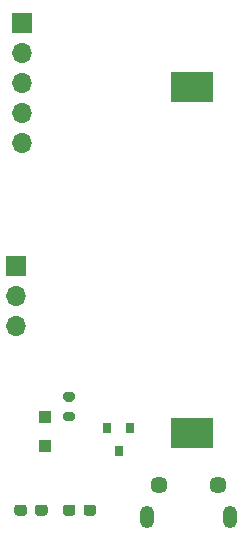
<source format=gbs>
%TF.GenerationSoftware,KiCad,Pcbnew,(5.1.10)-1*%
%TF.CreationDate,2021-07-24T18:54:27+10:00*%
%TF.ProjectId,temperature_logger,74656d70-6572-4617-9475-72655f6c6f67,rev?*%
%TF.SameCoordinates,Original*%
%TF.FileFunction,Soldermask,Bot*%
%TF.FilePolarity,Negative*%
%FSLAX46Y46*%
G04 Gerber Fmt 4.6, Leading zero omitted, Abs format (unit mm)*
G04 Created by KiCad (PCBNEW (5.1.10)-1) date 2021-07-24 18:54:27*
%MOMM*%
%LPD*%
G01*
G04 APERTURE LIST*
%ADD10O,1.700000X1.700000*%
%ADD11R,1.700000X1.700000*%
%ADD12R,0.800000X0.900000*%
%ADD13R,3.600000X2.600000*%
%ADD14R,1.000000X1.000000*%
%ADD15O,1.200000X1.900000*%
%ADD16C,1.450000*%
G04 APERTURE END LIST*
D10*
%TO.C,J4*%
X131800000Y-92380000D03*
X131800000Y-89840000D03*
D11*
X131800000Y-87300000D03*
%TD*%
D10*
%TO.C,J1*%
X132300000Y-76860000D03*
X132300000Y-74320000D03*
X132300000Y-71780000D03*
X132300000Y-69240000D03*
D11*
X132300000Y-66700000D03*
%TD*%
D12*
%TO.C,Q1*%
X140500000Y-103000000D03*
X141450000Y-101000000D03*
X139550000Y-101000000D03*
%TD*%
D13*
%TO.C,J2*%
X146700000Y-101450000D03*
X146700000Y-72150000D03*
%TD*%
D14*
%TO.C,D4*%
X134300000Y-102550000D03*
X134300000Y-100050000D03*
%TD*%
%TO.C,R10*%
G36*
G01*
X137535000Y-108207500D02*
X137535000Y-107732500D01*
G75*
G02*
X137772500Y-107495000I237500J0D01*
G01*
X138347500Y-107495000D01*
G75*
G02*
X138585000Y-107732500I0J-237500D01*
G01*
X138585000Y-108207500D01*
G75*
G02*
X138347500Y-108445000I-237500J0D01*
G01*
X137772500Y-108445000D01*
G75*
G02*
X137535000Y-108207500I0J237500D01*
G01*
G37*
G36*
G01*
X135785000Y-108207500D02*
X135785000Y-107732500D01*
G75*
G02*
X136022500Y-107495000I237500J0D01*
G01*
X136597500Y-107495000D01*
G75*
G02*
X136835000Y-107732500I0J-237500D01*
G01*
X136835000Y-108207500D01*
G75*
G02*
X136597500Y-108445000I-237500J0D01*
G01*
X136022500Y-108445000D01*
G75*
G02*
X135785000Y-108207500I0J237500D01*
G01*
G37*
%TD*%
%TO.C,R9*%
G36*
G01*
X132735000Y-107732500D02*
X132735000Y-108207500D01*
G75*
G02*
X132497500Y-108445000I-237500J0D01*
G01*
X131922500Y-108445000D01*
G75*
G02*
X131685000Y-108207500I0J237500D01*
G01*
X131685000Y-107732500D01*
G75*
G02*
X131922500Y-107495000I237500J0D01*
G01*
X132497500Y-107495000D01*
G75*
G02*
X132735000Y-107732500I0J-237500D01*
G01*
G37*
G36*
G01*
X134485000Y-107732500D02*
X134485000Y-108207500D01*
G75*
G02*
X134247500Y-108445000I-237500J0D01*
G01*
X133672500Y-108445000D01*
G75*
G02*
X133435000Y-108207500I0J237500D01*
G01*
X133435000Y-107732500D01*
G75*
G02*
X133672500Y-107495000I237500J0D01*
G01*
X134247500Y-107495000D01*
G75*
G02*
X134485000Y-107732500I0J-237500D01*
G01*
G37*
%TD*%
%TO.C,JP1*%
G36*
G01*
X136575000Y-98775000D02*
X136025000Y-98775000D01*
G75*
G02*
X135825000Y-98575000I0J200000D01*
G01*
X135825000Y-98175000D01*
G75*
G02*
X136025000Y-97975000I200000J0D01*
G01*
X136575000Y-97975000D01*
G75*
G02*
X136775000Y-98175000I0J-200000D01*
G01*
X136775000Y-98575000D01*
G75*
G02*
X136575000Y-98775000I-200000J0D01*
G01*
G37*
G36*
G01*
X136575000Y-100425000D02*
X136025000Y-100425000D01*
G75*
G02*
X135825000Y-100225000I0J200000D01*
G01*
X135825000Y-99825000D01*
G75*
G02*
X136025000Y-99625000I200000J0D01*
G01*
X136575000Y-99625000D01*
G75*
G02*
X136775000Y-99825000I0J-200000D01*
G01*
X136775000Y-100225000D01*
G75*
G02*
X136575000Y-100425000I-200000J0D01*
G01*
G37*
%TD*%
D15*
%TO.C,J3*%
X149900000Y-108537500D03*
X142900000Y-108537500D03*
D16*
X148900000Y-105837500D03*
X143900000Y-105837500D03*
%TD*%
M02*

</source>
